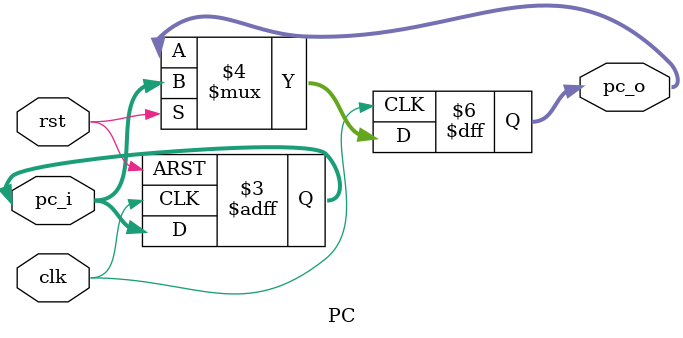
<source format=v>
module PC (
    input clk,
    input rst,
    input [31:0] pc_i,
    output reg [31:0] pc_o
);

    // TODO: implement your program counter here
    always @(posedge clk, negedge rst) begin
        if (~rst) pc_i <= 0;
        else pc_o <= pc_i;
    end

endmodule


</source>
